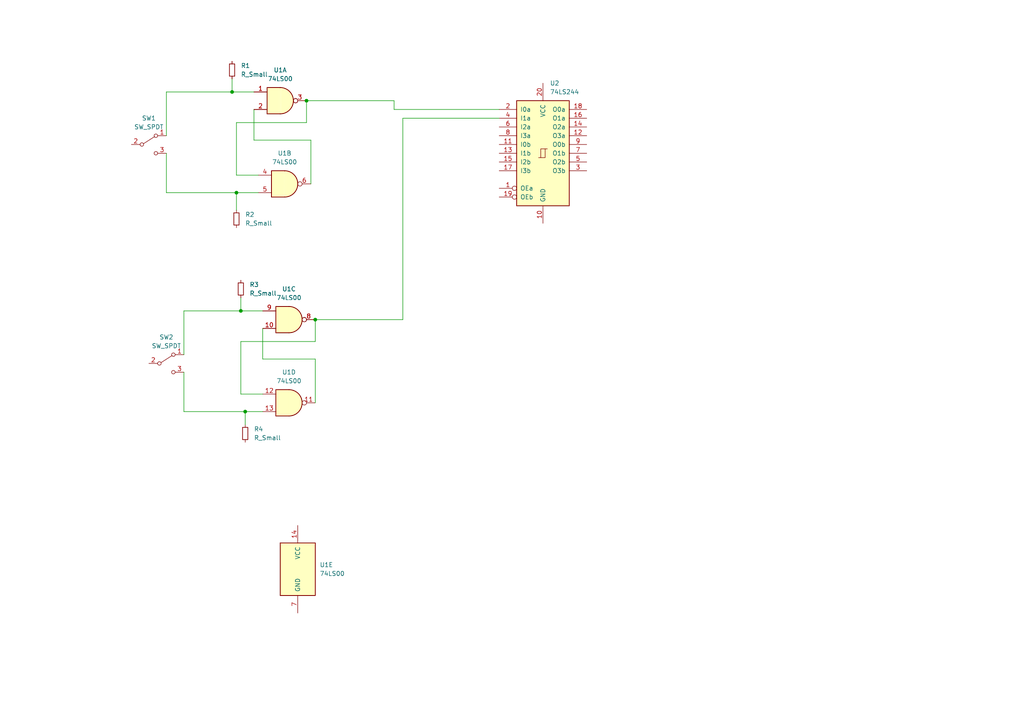
<source format=kicad_sch>
(kicad_sch (version 20211123) (generator eeschema)
  (paper "A4")
  (lib_symbols
    (symbol "74xx:74LS00" (pin_names (offset 1.016))
      (property "Reference" "U" (at 0 1.27 0))
      (property "Value" "74LS00" (at 0 -1.27 0))
      (symbol "74LS00_1_1"
        (arc (start 0 -3.81) (mid 3.81 0) (end 0 3.81) (stroke (width 0.254)) (fill (type background)))
        (polyline (pts (xy 0 3.81) (xy -3.81 3.81) (xy -3.81 -3.81) (xy 0 -3.81)) (stroke (width 0.254)) (fill (type background)))
        (pin input line (at -7.62 2.54 0) (length 3.81) (name "~") (number "1"))
        (pin input line (at -7.62 -2.54 0) (length 3.81) (name "~") (number "2"))
        (pin output inverted (at 7.62 0 180) (length 3.81) (name "~") (number "3"))
      )
      (symbol "74LS00_1_2"
        (arc (start -3.81 -3.81) (mid -2.589 0) (end -3.81 3.81) (stroke (width 0.254)))
        (arc (start -0.6096 -3.81) (mid 2.1855 -2.584) (end 3.81 0) (stroke (width 0.254)) (fill (type background)))
        (polyline (pts (xy -3.81 -3.81) (xy -0.635 -3.81)) (stroke (width 0.254)) (fill (type background)))
        (polyline (pts (xy -3.81 3.81) (xy -0.635 3.81)) (stroke (width 0.254)) (fill (type background)))
        (polyline (pts (xy -0.635 3.81) (xy -3.81 3.81) (xy -3.81 3.81) (xy -3.556 3.4036) (xy -3.0226 2.2606) (xy -2.6924 1.0414) (xy -2.6162 -0.254) (xy -2.7686 -1.4986) (xy -3.175 -2.7178) (xy -3.81 -3.81) (xy -3.81 -3.81) (xy -0.635 -3.81)) (stroke (width -25.4)) (fill (type background)))
        (arc (start 3.81 0) (mid 2.1928 2.5925) (end -0.6096 3.81) (stroke (width 0.254)) (fill (type background)))
        (pin input inverted (at -7.62 2.54 0) (length 4.318) (name "~") (number "1"))
        (pin input inverted (at -7.62 -2.54 0) (length 4.318) (name "~") (number "2"))
        (pin output line (at 7.62 0 180) (length 3.81) (name "~") (number "3"))
      )
      (symbol "74LS00_2_1"
        (arc (start 0 -3.81) (mid 3.81 0) (end 0 3.81) (stroke (width 0.254)) (fill (type background)))
        (polyline (pts (xy 0 3.81) (xy -3.81 3.81) (xy -3.81 -3.81) (xy 0 -3.81)) (stroke (width 0.254)) (fill (type background)))
        (pin input line (at -7.62 2.54 0) (length 3.81) (name "~") (number "4"))
        (pin input line (at -7.62 -2.54 0) (length 3.81) (name "~") (number "5"))
        (pin output inverted (at 7.62 0 180) (length 3.81) (name "~") (number "6"))
      )
      (symbol "74LS00_2_2"
        (arc (start -3.81 -3.81) (mid -2.589 0) (end -3.81 3.81) (stroke (width 0.254)))
        (arc (start -0.6096 -3.81) (mid 2.1855 -2.584) (end 3.81 0) (stroke (width 0.254)) (fill (type background)))
        (polyline (pts (xy -3.81 -3.81) (xy -0.635 -3.81)) (stroke (width 0.254)) (fill (type background)))
        (polyline (pts (xy -3.81 3.81) (xy -0.635 3.81)) (stroke (width 0.254)) (fill (type background)))
        (polyline (pts (xy -0.635 3.81) (xy -3.81 3.81) (xy -3.81 3.81) (xy -3.556 3.4036) (xy -3.0226 2.2606) (xy -2.6924 1.0414) (xy -2.6162 -0.254) (xy -2.7686 -1.4986) (xy -3.175 -2.7178) (xy -3.81 -3.81) (xy -3.81 -3.81) (xy -0.635 -3.81)) (stroke (width -25.4)) (fill (type background)))
        (arc (start 3.81 0) (mid 2.1928 2.5925) (end -0.6096 3.81) (stroke (width 0.254)) (fill (type background)))
        (pin input inverted (at -7.62 2.54 0) (length 4.318) (name "~") (number "4"))
        (pin input inverted (at -7.62 -2.54 0) (length 4.318) (name "~") (number "5"))
        (pin output line (at 7.62 0 180) (length 3.81) (name "~") (number "6"))
      )
      (symbol "74LS00_3_1"
        (arc (start 0 -3.81) (mid 3.81 0) (end 0 3.81) (stroke (width 0.254)) (fill (type background)))
        (polyline (pts (xy 0 3.81) (xy -3.81 3.81) (xy -3.81 -3.81) (xy 0 -3.81)) (stroke (width 0.254)) (fill (type background)))
        (pin input line (at -7.62 -2.54 0) (length 3.81) (name "~") (number "10"))
        (pin output inverted (at 7.62 0 180) (length 3.81) (name "~") (number "8"))
        (pin input line (at -7.62 2.54 0) (length 3.81) (name "~") (number "9"))
      )
      (symbol "74LS00_3_2"
        (arc (start -3.81 -3.81) (mid -2.589 0) (end -3.81 3.81) (stroke (width 0.254)))
        (arc (start -0.6096 -3.81) (mid 2.1855 -2.584) (end 3.81 0) (stroke (width 0.254)) (fill (type background)))
        (polyline (pts (xy -3.81 -3.81) (xy -0.635 -3.81)) (stroke (width 0.254)) (fill (type background)))
        (polyline (pts (xy -3.81 3.81) (xy -0.635 3.81)) (stroke (width 0.254)) (fill (type background)))
        (polyline (pts (xy -0.635 3.81) (xy -3.81 3.81) (xy -3.81 3.81) (xy -3.556 3.4036) (xy -3.0226 2.2606) (xy -2.6924 1.0414) (xy -2.6162 -0.254) (xy -2.7686 -1.4986) (xy -3.175 -2.7178) (xy -3.81 -3.81) (xy -3.81 -3.81) (xy -0.635 -3.81)) (stroke (width -25.4)) (fill (type background)))
        (arc (start 3.81 0) (mid 2.1928 2.5925) (end -0.6096 3.81) (stroke (width 0.254)) (fill (type background)))
        (pin input inverted (at -7.62 -2.54 0) (length 4.318) (name "~") (number "10"))
        (pin output line (at 7.62 0 180) (length 3.81) (name "~") (number "8"))
        (pin input inverted (at -7.62 2.54 0) (length 4.318) (name "~") (number "9"))
      )
      (symbol "74LS00_4_1"
        (arc (start 0 -3.81) (mid 3.81 0) (end 0 3.81) (stroke (width 0.254)) (fill (type background)))
        (polyline (pts (xy 0 3.81) (xy -3.81 3.81) (xy -3.81 -3.81) (xy 0 -3.81)) (stroke (width 0.254)) (fill (type background)))
        (pin output inverted (at 7.62 0 180) (length 3.81) (name "~") (number "11"))
        (pin input line (at -7.62 2.54 0) (length 3.81) (name "~") (number "12"))
        (pin input line (at -7.62 -2.54 0) (length 3.81) (name "~") (number "13"))
      )
      (symbol "74LS00_4_2"
        (arc (start -3.81 -3.81) (mid -2.589 0) (end -3.81 3.81) (stroke (width 0.254)))
        (arc (start -0.6096 -3.81) (mid 2.1855 -2.584) (end 3.81 0) (stroke (width 0.254)) (fill (type background)))
        (polyline (pts (xy -3.81 -3.81) (xy -0.635 -3.81)) (stroke (width 0.254)) (fill (type background)))
        (polyline (pts (xy -3.81 3.81) (xy -0.635 3.81)) (stroke (width 0.254)) (fill (type background)))
        (polyline (pts (xy -0.635 3.81) (xy -3.81 3.81) (xy -3.81 3.81) (xy -3.556 3.4036) (xy -3.0226 2.2606) (xy -2.6924 1.0414) (xy -2.6162 -0.254) (xy -2.7686 -1.4986) (xy -3.175 -2.7178) (xy -3.81 -3.81) (xy -3.81 -3.81) (xy -0.635 -3.81)) (stroke (width -25.4)) (fill (type background)))
        (arc (start 3.81 0) (mid 2.1928 2.5925) (end -0.6096 3.81) (stroke (width 0.254)) (fill (type background)))
        (pin output line (at 7.62 0 180) (length 3.81) (name "~") (number "11"))
        (pin input inverted (at -7.62 2.54 0) (length 4.318) (name "~") (number "12"))
        (pin input inverted (at -7.62 -2.54 0) (length 4.318) (name "~") (number "13"))
      )
      (symbol "74LS00_5_0"
        (pin power_in line (at 0 12.7 270) (length 5.08) (name "VCC") (number "14"))
        (pin power_in line (at 0 -12.7 90) (length 5.08) (name "GND") (number "7"))
      )
      (symbol "74LS00_5_1"
        (rectangle (start -5.08 7.62) (end 5.08 -7.62) (stroke (width 0.254)) (fill (type background)))
      )
    )
    (symbol "74xx:74LS244" (pin_names (offset 1.016))
      (property "Reference" "U" (at -7.62 16.51 0))
      (property "Value" "74LS244" (at -7.62 -16.51 0))
      (symbol "74LS244_1_0"
        (polyline (pts (xy -0.635 -1.27) (xy -0.635 1.27) (xy 0.635 1.27)))
        (polyline (pts (xy -1.27 -1.27) (xy 0.635 -1.27) (xy 0.635 1.27) (xy 1.27 1.27)))
        (pin input inverted (at -12.7 -10.16 0) (length 5.08) (name "OEa") (number "1"))
        (pin power_in line (at 0 -20.32 90) (length 5.08) (name "GND") (number "10"))
        (pin input line (at -12.7 2.54 0) (length 5.08) (name "I0b") (number "11"))
        (pin tri_state line (at 12.7 5.08 180) (length 5.08) (name "O3a") (number "12"))
        (pin input line (at -12.7 0 0) (length 5.08) (name "I1b") (number "13"))
        (pin tri_state line (at 12.7 7.62 180) (length 5.08) (name "O2a") (number "14"))
        (pin input line (at -12.7 -2.54 0) (length 5.08) (name "I2b") (number "15"))
        (pin tri_state line (at 12.7 10.16 180) (length 5.08) (name "O1a") (number "16"))
        (pin input line (at -12.7 -5.08 0) (length 5.08) (name "I3b") (number "17"))
        (pin tri_state line (at 12.7 12.7 180) (length 5.08) (name "O0a") (number "18"))
        (pin input inverted (at -12.7 -12.7 0) (length 5.08) (name "OEb") (number "19"))
        (pin input line (at -12.7 12.7 0) (length 5.08) (name "I0a") (number "2"))
        (pin power_in line (at 0 20.32 270) (length 5.08) (name "VCC") (number "20"))
        (pin tri_state line (at 12.7 -5.08 180) (length 5.08) (name "O3b") (number "3"))
        (pin input line (at -12.7 10.16 0) (length 5.08) (name "I1a") (number "4"))
        (pin tri_state line (at 12.7 -2.54 180) (length 5.08) (name "O2b") (number "5"))
        (pin input line (at -12.7 7.62 0) (length 5.08) (name "I2a") (number "6"))
        (pin tri_state line (at 12.7 0 180) (length 5.08) (name "O1b") (number "7"))
        (pin input line (at -12.7 5.08 0) (length 5.08) (name "I3a") (number "8"))
        (pin tri_state line (at 12.7 2.54 180) (length 5.08) (name "O0b") (number "9"))
      )
      (symbol "74LS244_1_1"
        (rectangle (start -7.62 15.24) (end 7.62 -15.24) (stroke (width 0.254)) (fill (type background)))
      )
    )
    (symbol "Device:R_Small" (pin_numbers hide) (pin_names (offset 0.254) hide)
      (property "Reference" "R" (at 0.762 0.508 0))
      (property "Value" "R_Small" (at 0.762 -1.016 0))
      (symbol "R_Small_0_1"
        (rectangle (start -0.762 1.778) (end 0.762 -1.778) (stroke (width 0.2032)))
      )
      (symbol "R_Small_1_1"
        (pin passive line (at 0 2.54 270) (length 0.762) (name "~") (number "1"))
        (pin passive line (at 0 -2.54 90) (length 0.762) (name "~") (number "2"))
      )
    )
    (symbol "Switch:SW_SPDT" (pin_names (offset 0) hide)
      (property "Reference" "SW" (at 0 4.318 0))
      (property "Value" "SW_SPDT" (at 0 -5.08 0))
      (symbol "SW_SPDT_0_0"
        (circle (center -2.032 0) (radius 0.508))
        (circle (center 2.032 -2.54) (radius 0.508))
      )
      (symbol "SW_SPDT_0_1"
        (polyline (pts (xy -1.524 0.254) (xy 1.651 2.286)))
        (circle (center 2.032 2.54) (radius 0.508))
      )
      (symbol "SW_SPDT_1_1"
        (pin passive line (at 5.08 2.54 180) (length 2.54) (name "A") (number "1"))
        (pin passive line (at -5.08 0 0) (length 2.54) (name "B") (number "2"))
        (pin passive line (at 5.08 -2.54 180) (length 2.54) (name "C") (number "3"))
      )
    )
  )
  (junction (at 67.31 26.67))
  (junction (at 88.9 29.21))
  (junction (at 91.44 92.71))
  (junction (at 71.12 119.38))
  (junction (at 69.85 90.17))
  (junction (at 68.58 55.88))
  (wire (pts (xy 68.58 55.88) (xy 68.58 60.96)))
  (wire (pts (xy 53.34 107.95) (xy 53.34 119.38)))
  (wire (pts (xy 91.44 92.71) (xy 91.44 99.06)))
  (wire (pts (xy 114.3 29.21) (xy 114.3 31.75)))
  (wire (pts (xy 69.85 99.06) (xy 69.85 114.3)))
  (wire (pts (xy 69.85 86.36) (xy 69.85 90.17)))
  (wire (pts (xy 91.44 99.06) (xy 69.85 99.06)))
  (wire (pts (xy 68.58 55.88) (xy 74.93 55.88)))
  (wire (pts (xy 90.17 40.64) (xy 73.66 40.64)))
  (wire (pts (xy 88.9 29.21) (xy 88.9 35.56)))
  (wire (pts (xy 48.26 26.67) (xy 67.31 26.67)))
  (wire (pts (xy 67.31 22.86) (xy 67.31 26.67)))
  (wire (pts (xy 116.84 34.29) (xy 144.78 34.29)))
  (wire (pts (xy 67.31 26.67) (xy 73.66 26.67)))
  (wire (pts (xy 76.2 95.25) (xy 76.2 104.14)))
  (wire (pts (xy 69.85 90.17) (xy 53.34 90.17)))
  (wire (pts (xy 53.34 90.17) (xy 53.34 102.87)))
  (wire (pts (xy 90.17 53.34) (xy 90.17 40.64)))
  (wire (pts (xy 114.3 31.75) (xy 144.78 31.75)))
  (wire (pts (xy 76.2 90.17) (xy 69.85 90.17)))
  (wire (pts (xy 91.44 116.84) (xy 91.44 104.14)))
  (wire (pts (xy 71.12 119.38) (xy 76.2 119.38)))
  (wire (pts (xy 68.58 50.8) (xy 74.93 50.8)))
  (wire (pts (xy 71.12 119.38) (xy 71.12 123.19)))
  (wire (pts (xy 69.85 114.3) (xy 76.2 114.3)))
  (wire (pts (xy 88.9 29.21) (xy 114.3 29.21)))
  (wire (pts (xy 116.84 92.71) (xy 116.84 34.29)))
  (wire (pts (xy 73.66 31.75) (xy 73.66 40.64)))
  (wire (pts (xy 88.9 35.56) (xy 68.58 35.56)))
  (wire (pts (xy 48.26 55.88) (xy 68.58 55.88)))
  (wire (pts (xy 48.26 44.45) (xy 48.26 55.88)))
  (wire (pts (xy 68.58 35.56) (xy 68.58 50.8)))
  (wire (pts (xy 91.44 92.71) (xy 116.84 92.71)))
  (wire (pts (xy 53.34 119.38) (xy 71.12 119.38)))
  (wire (pts (xy 91.44 104.14) (xy 76.2 104.14)))
  (wire (pts (xy 48.26 39.37) (xy 48.26 26.67)))
  (symbol (lib_id "Device:R_Small") (at 68.58 63.5 0) (unit 1)
    (property "Reference" "R2" (at 71.12 62.2299 0) (effects (justify left)))
    (property "Value" "R_Small" (at 71.12 64.7699 0) (effects (justify left)))
  )
  (symbol (lib_id "74xx:74LS00") (at 83.82 92.71 0) (unit 3)
    (property "Reference" "U1" (at 83.82 83.82 0))
    (property "Value" "74LS00" (at 83.82 86.36 0))
    (property "Datasheet" "http://www.ti.com/lit/gpn/sn74ls00" (effects hide))
  )
  (symbol (lib_id "74xx:74LS00") (at 81.28 29.21 0) (unit 1)
    (property "Reference" "U1" (at 81.28 20.32 0))
    (property "Value" "74LS00" (at 81.28 22.86 0))
    (property "Datasheet" "http://www.ti.com/lit/gpn/sn74ls00" (effects hide))
  )
  (symbol (lib_id "Device:R_Small") (at 71.12 125.73 0) (unit 1)
    (property "Reference" "R4" (at 73.66 124.4599 0) (effects (justify left)))
    (property "Value" "R_Small" (at 73.66 126.9999 0) (effects (justify left)))
  )
  (symbol (lib_id "Device:R_Small") (at 67.31 20.32 0) (unit 1)
    (property "Reference" "R1" (at 69.85 19.0499 0) (effects (justify left)))
    (property "Value" "R_Small" (at 69.85 21.5899 0) (effects (justify left)))
  )
  (symbol (lib_id "74xx:74LS00") (at 83.82 116.84 0) (unit 4)
    (property "Reference" "U1" (at 83.82 107.95 0))
    (property "Value" "74LS00" (at 83.82 110.49 0))
    (property "Datasheet" "http://www.ti.com/lit/gpn/sn74ls00" (effects hide))
  )
  (symbol (lib_id "Switch:SW_SPDT") (at 48.26 105.41 0) (unit 1)
    (property "Reference" "SW2" (at 48.26 97.79 0))
    (property "Value" "SW_SPDT" (at 48.26 100.33 0))
  )
  (symbol (lib_id "74xx:74LS244") (at 157.48 44.45 0) (unit 1)
    (property "Reference" "U2" (at 159.4994 24.13 0) (effects (justify left)))
    (property "Value" "74LS244" (at 159.4994 26.67 0) (effects (justify left)))
    (property "Datasheet" "http://www.ti.com/lit/ds/symlink/sn74ls244.pdf" (effects hide))
  )
  (symbol (lib_id "74xx:74LS00") (at 86.36 165.1 0) (unit 5)
    (property "Reference" "U1" (at 92.71 163.8299 0) (effects (justify left)))
    (property "Value" "74LS00" (at 92.71 166.3699 0) (effects (justify left)))
    (property "Datasheet" "http://www.ti.com/lit/gpn/sn74ls00" (effects hide))
  )
  (symbol (lib_id "Switch:SW_SPDT") (at 43.18 41.91 0) (unit 1)
    (property "Reference" "SW1" (at 43.18 34.29 0))
    (property "Value" "SW_SPDT" (at 43.18 36.83 0))
  )
  (symbol (lib_id "74xx:74LS00") (at 82.55 53.34 0) (unit 2)
    (property "Reference" "U1" (at 82.55 44.45 0))
    (property "Value" "74LS00" (at 82.55 46.99 0))
    (property "Datasheet" "http://www.ti.com/lit/gpn/sn74ls00" (effects hide))
  )
  (symbol (lib_id "Device:R_Small") (at 69.85 83.82 0) (unit 1)
    (property "Reference" "R3" (at 72.39 82.5499 0) (effects (justify left)))
    (property "Value" "R_Small" (at 72.39 85.0899 0) (effects (justify left)))
  )
)
</source>
